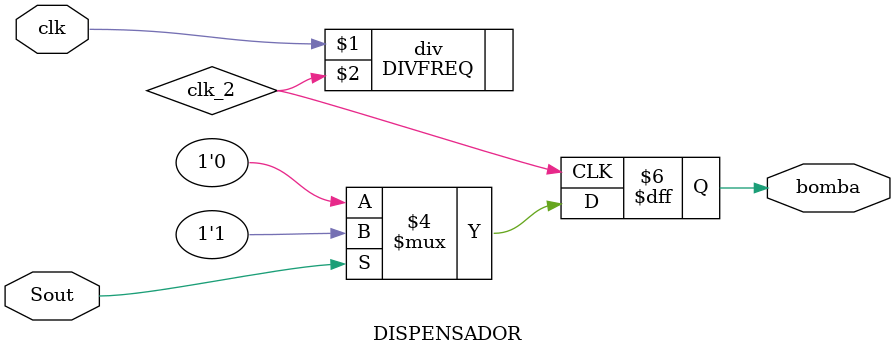
<source format=v>
module DISPENSADOR(clk,bomba,Sout);

input clk;
//entrada de la salida del sensor
input Sout;
//salida a la bomba de agua
output reg bomba;
//divisor para ajustar el ciclo de trabajo
DIVFREQ div(clk, clk_2);

always @(posedge clk_2)begin

	if(Sout==1)begin
		bomba=1;
	end
	else begin
		bomba = 0;
	end
end
endmodule 
</source>
